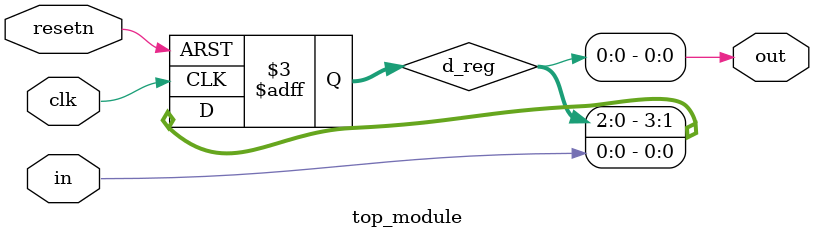
<source format=sv>
module top_module (
	input clk,
	input resetn,
	input in,
	output out
);
	reg [3:0] d_reg;
	
	always @(posedge clk or negedge resetn) begin
		if (~resetn) begin
			d_reg <= 4'b0;
		end else begin
			d_reg <= {d_reg[2:0], in};
		end
	end
	
	assign out = d_reg[0];
endmodule

</source>
